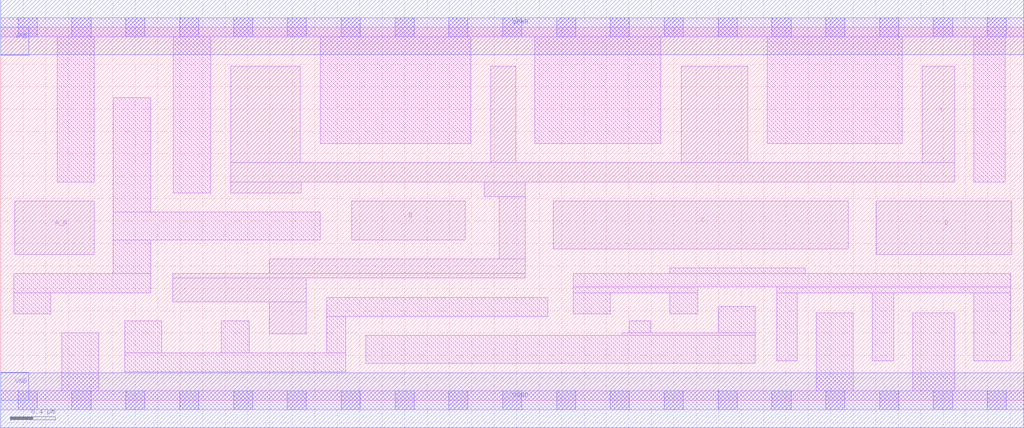
<source format=lef>
# Copyright 2020 The SkyWater PDK Authors
#
# Licensed under the Apache License, Version 2.0 (the "License");
# you may not use this file except in compliance with the License.
# You may obtain a copy of the License at
#
#     https://www.apache.org/licenses/LICENSE-2.0
#
# Unless required by applicable law or agreed to in writing, software
# distributed under the License is distributed on an "AS IS" BASIS,
# WITHOUT WARRANTIES OR CONDITIONS OF ANY KIND, either express or implied.
# See the License for the specific language governing permissions and
# limitations under the License.
#
# SPDX-License-Identifier: Apache-2.0

VERSION 5.5 ;
NAMESCASESENSITIVE ON ;
BUSBITCHARS "[]" ;
DIVIDERCHAR "/" ;
MACRO sky130_fd_sc_hs__nand4b_4
  CLASS CORE ;
  SOURCE USER ;
  ORIGIN  0.000000  0.000000 ;
  SIZE  9.120000 BY  3.330000 ;
  SYMMETRY X Y ;
  SITE unit ;
  PIN A_N
    ANTENNAGATEAREA  0.363000 ;
    DIRECTION INPUT ;
    USE SIGNAL ;
    PORT
      LAYER li1 ;
        RECT 0.125000 1.300000 0.835000 1.780000 ;
    END
  END A_N
  PIN B
    ANTENNAGATEAREA  0.780000 ;
    DIRECTION INPUT ;
    USE SIGNAL ;
    PORT
      LAYER li1 ;
        RECT 3.130000 1.430000 4.140000 1.780000 ;
    END
  END B
  PIN C
    ANTENNAGATEAREA  0.780000 ;
    DIRECTION INPUT ;
    USE SIGNAL ;
    PORT
      LAYER li1 ;
        RECT 4.925000 1.350000 7.555000 1.780000 ;
    END
  END C
  PIN D
    ANTENNAGATEAREA  0.780000 ;
    DIRECTION INPUT ;
    USE SIGNAL ;
    PORT
      LAYER li1 ;
        RECT 7.805000 1.300000 9.015000 1.780000 ;
    END
  END D
  PIN Y
    ANTENNADIFFAREA  2.665600 ;
    DIRECTION OUTPUT ;
    USE SIGNAL ;
    PORT
      LAYER li1 ;
        RECT 1.535000 0.880000 2.725000 1.090000 ;
        RECT 1.535000 1.090000 4.675000 1.130000 ;
        RECT 2.050000 1.850000 2.680000 1.950000 ;
        RECT 2.050000 1.950000 8.505000 2.120000 ;
        RECT 2.050000 2.120000 2.670000 2.980000 ;
        RECT 2.395000 0.595000 2.725000 0.880000 ;
        RECT 2.395000 1.130000 4.675000 1.260000 ;
        RECT 4.310000 1.820000 4.675000 1.950000 ;
        RECT 4.370000 2.120000 4.590000 2.980000 ;
        RECT 4.445000 1.260000 4.675000 1.820000 ;
        RECT 6.065000 2.120000 6.660000 2.980000 ;
        RECT 8.215000 2.120000 8.505000 2.980000 ;
    END
  END Y
  PIN VGND
    DIRECTION INOUT ;
    USE GROUND ;
    PORT
      LAYER met1 ;
        RECT 0.000000 -0.245000 9.120000 0.245000 ;
    END
  END VGND
  PIN VNB
    DIRECTION INOUT ;
    USE GROUND ;
    PORT
    END
  END VNB
  PIN VPB
    DIRECTION INOUT ;
    USE POWER ;
    PORT
    END
  END VPB
  PIN VNB
    DIRECTION INOUT ;
    USE GROUND ;
    PORT
      LAYER met1 ;
        RECT 0.000000 0.000000 0.250000 0.250000 ;
    END
  END VNB
  PIN VPB
    DIRECTION INOUT ;
    USE POWER ;
    PORT
      LAYER met1 ;
        RECT 0.000000 3.080000 0.250000 3.330000 ;
    END
  END VPB
  PIN VPWR
    DIRECTION INOUT ;
    USE POWER ;
    PORT
      LAYER met1 ;
        RECT 0.000000 3.085000 9.120000 3.575000 ;
    END
  END VPWR
  OBS
    LAYER li1 ;
      RECT 0.000000 -0.085000 9.120000 0.085000 ;
      RECT 0.000000  3.245000 9.120000 3.415000 ;
      RECT 0.115000  0.770000 0.445000 0.960000 ;
      RECT 0.115000  0.960000 1.335000 1.130000 ;
      RECT 0.505000  1.950000 0.835000 3.245000 ;
      RECT 0.545000  0.085000 0.875000 0.600000 ;
      RECT 1.005000  1.130000 1.335000 1.430000 ;
      RECT 1.005000  1.430000 2.850000 1.680000 ;
      RECT 1.005000  1.680000 1.335000 2.700000 ;
      RECT 1.105000  0.255000 3.075000 0.425000 ;
      RECT 1.105000  0.425000 1.435000 0.710000 ;
      RECT 1.540000  1.850000 1.870000 3.245000 ;
      RECT 1.965000  0.425000 2.215000 0.710000 ;
      RECT 2.850000  2.290000 4.190000 3.245000 ;
      RECT 2.905000  0.425000 3.075000 0.750000 ;
      RECT 2.905000  0.750000 4.875000 0.920000 ;
      RECT 3.255000  0.330000 6.725000 0.580000 ;
      RECT 4.760000  2.290000 5.885000 3.245000 ;
      RECT 5.105000  0.770000 5.435000 0.960000 ;
      RECT 5.105000  0.960000 6.215000 1.010000 ;
      RECT 5.105000  1.010000 9.005000 1.130000 ;
      RECT 5.535000  0.580000 6.725000 0.600000 ;
      RECT 5.605000  0.600000 5.795000 0.710000 ;
      RECT 5.965000  0.770000 6.215000 0.960000 ;
      RECT 5.965000  1.130000 7.170000 1.180000 ;
      RECT 6.395000  0.600000 6.725000 0.840000 ;
      RECT 6.835000  2.290000 8.035000 3.245000 ;
      RECT 6.920000  0.350000 7.100000 0.960000 ;
      RECT 6.920000  0.960000 9.005000 1.010000 ;
      RECT 7.270000  0.085000 7.600000 0.780000 ;
      RECT 7.770000  0.350000 7.960000 0.960000 ;
      RECT 8.130000  0.085000 8.505000 0.780000 ;
      RECT 8.675000  0.350000 9.005000 0.960000 ;
      RECT 8.675000  1.950000 8.955000 3.245000 ;
    LAYER mcon ;
      RECT 0.155000 -0.085000 0.325000 0.085000 ;
      RECT 0.155000  3.245000 0.325000 3.415000 ;
      RECT 0.635000 -0.085000 0.805000 0.085000 ;
      RECT 0.635000  3.245000 0.805000 3.415000 ;
      RECT 1.115000 -0.085000 1.285000 0.085000 ;
      RECT 1.115000  3.245000 1.285000 3.415000 ;
      RECT 1.595000 -0.085000 1.765000 0.085000 ;
      RECT 1.595000  3.245000 1.765000 3.415000 ;
      RECT 2.075000 -0.085000 2.245000 0.085000 ;
      RECT 2.075000  3.245000 2.245000 3.415000 ;
      RECT 2.555000 -0.085000 2.725000 0.085000 ;
      RECT 2.555000  3.245000 2.725000 3.415000 ;
      RECT 3.035000 -0.085000 3.205000 0.085000 ;
      RECT 3.035000  3.245000 3.205000 3.415000 ;
      RECT 3.515000 -0.085000 3.685000 0.085000 ;
      RECT 3.515000  3.245000 3.685000 3.415000 ;
      RECT 3.995000 -0.085000 4.165000 0.085000 ;
      RECT 3.995000  3.245000 4.165000 3.415000 ;
      RECT 4.475000 -0.085000 4.645000 0.085000 ;
      RECT 4.475000  3.245000 4.645000 3.415000 ;
      RECT 4.955000 -0.085000 5.125000 0.085000 ;
      RECT 4.955000  3.245000 5.125000 3.415000 ;
      RECT 5.435000 -0.085000 5.605000 0.085000 ;
      RECT 5.435000  3.245000 5.605000 3.415000 ;
      RECT 5.915000 -0.085000 6.085000 0.085000 ;
      RECT 5.915000  3.245000 6.085000 3.415000 ;
      RECT 6.395000 -0.085000 6.565000 0.085000 ;
      RECT 6.395000  3.245000 6.565000 3.415000 ;
      RECT 6.875000 -0.085000 7.045000 0.085000 ;
      RECT 6.875000  3.245000 7.045000 3.415000 ;
      RECT 7.355000 -0.085000 7.525000 0.085000 ;
      RECT 7.355000  3.245000 7.525000 3.415000 ;
      RECT 7.835000 -0.085000 8.005000 0.085000 ;
      RECT 7.835000  3.245000 8.005000 3.415000 ;
      RECT 8.315000 -0.085000 8.485000 0.085000 ;
      RECT 8.315000  3.245000 8.485000 3.415000 ;
      RECT 8.795000 -0.085000 8.965000 0.085000 ;
      RECT 8.795000  3.245000 8.965000 3.415000 ;
  END
END sky130_fd_sc_hs__nand4b_4
END LIBRARY

</source>
